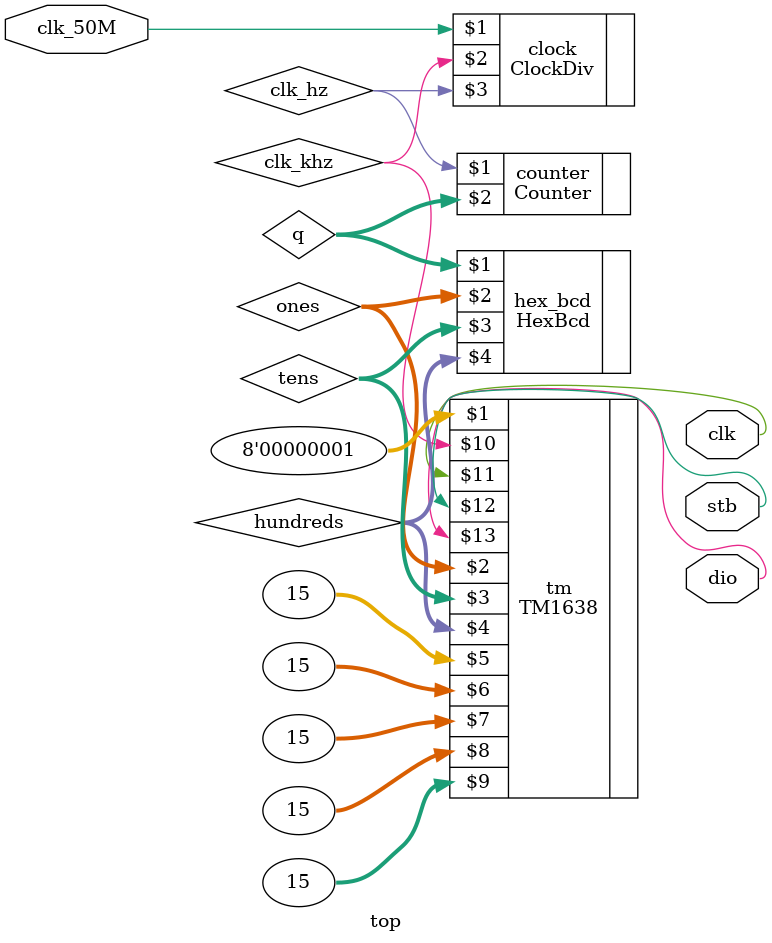
<source format=v>
`timescale 1ns / 1ps
module top(input clk_50M,
output wire clk,
 output wire stb,
 output wire dio
 );
wire clk_khz,clk_hz;
wire [7:0] q;
wire [3:0] ones,tens,hundreds ;
ClockDiv clock (clk_50M, clk_khz,clk_hz) ;
Counter counter (clk_hz,q ) ;
HexBcd hex_bcd (q,ones,tens,hundreds);
//wire [3:0] seg [7:0];
TM1638 tm (8'b1,ones,tens,hundreds,15,15,15,15,15,
clk_khz,
 clk,
 stb,
 dio
 );
endmodule

</source>
